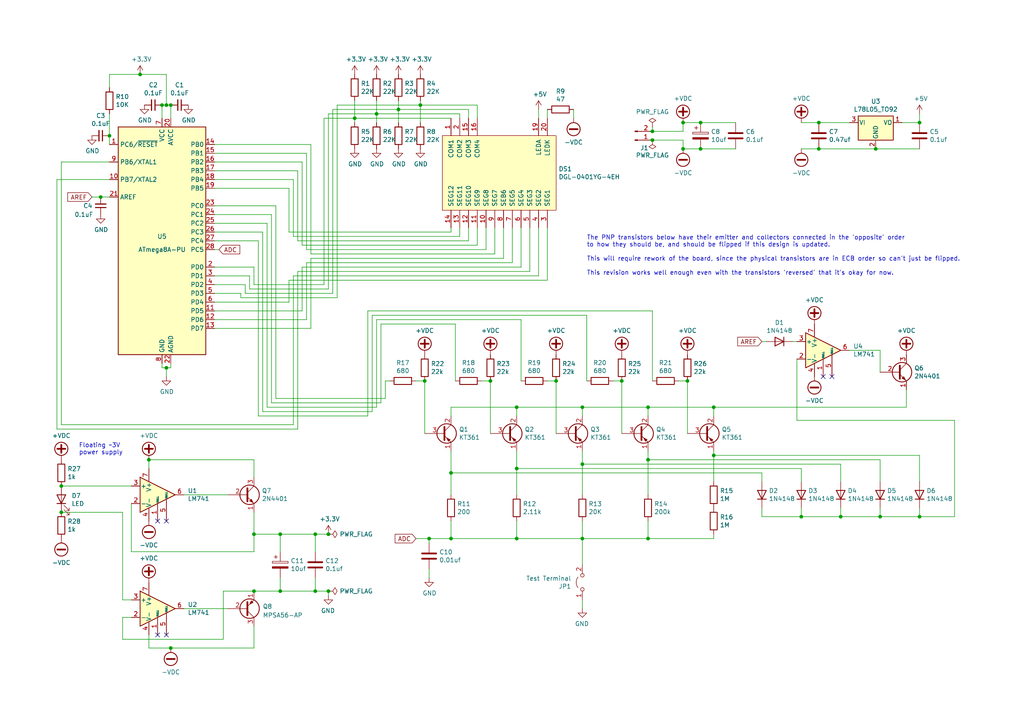
<source format=kicad_sch>
(kicad_sch (version 20230121) (generator eeschema)
  (paper "A4")
  (lib_symbols
    (symbol "Amplifier_Operational:LM741" (pin_names (offset 0.127))
      (property "Reference" "U" (at 0 6.35 0))
      (property "Value" "LM741" (at 0 3.81 0))
      (symbol "LM741_1_1"
        (pin input line (at 0 -7.62 90) (length 5.08) (name "NULL") (number "1"))
        (pin input line (at -7.62 -2.54 0) (length 2.54) (name "-") (number "2"))
        (pin input line (at -7.62 2.54 0) (length 2.54) (name "+") (number "3"))
        (pin power_in line (at -2.54 -7.62 90) (length 3.81) (name "V-") (number "4"))
        (pin input line (at 2.54 -7.62 90) (length 6.35) (name "NULL") (number "5"))
        (pin output line (at 7.62 0 180) (length 2.54) (name "~") (number "6"))
        (pin power_in line (at -2.54 7.62 270) (length 3.81) (name "V+") (number "7"))
        (pin no_connect line (at 0 2.54 270) (length 2.54) hide (name "NC") (number "8"))
      )
    )
    (symbol "Connector:Conn_01x02_Pin" (pin_names (offset 1.016) hide)
      (property "Reference" "J" (at 0 2.54 0))
      (property "Value" "Conn_01x02_Pin" (at 0 -5.08 0))
      (symbol "Conn_01x02_Pin_1_1"
        (pin passive line (at 5.08 0 180) (length 3.81) (name "Pin_1") (number "1"))
        (pin passive line (at 5.08 -2.54 180) (length 3.81) (name "Pin_2") (number "2"))
      )
    )
    (symbol "Device:C" (pin_numbers hide) (pin_names (offset 0.254))
      (property "Reference" "C" (at 0.635 2.54 0))
      (property "Value" "C" (at 0.635 -2.54 0))
      (symbol "C_1_1"
        (pin passive line (at 0 3.81 270) (length 2.794) (name "~") (number "1"))
        (pin passive line (at 0 -3.81 90) (length 2.794) (name "~") (number "2"))
      )
    )
    (symbol "Device:C_Polarized" (pin_numbers hide) (pin_names (offset 0.254))
      (property "Reference" "C" (at 0.635 2.54 0))
      (property "Value" "C_Polarized" (at 0.635 -2.54 0))
      (symbol "C_Polarized_1_1"
        (pin passive line (at 0 3.81 270) (length 2.794) (name "~") (number "1"))
        (pin passive line (at 0 -3.81 90) (length 2.794) (name "~") (number "2"))
      )
    )
    (symbol "Device:C_Small" (pin_numbers hide) (pin_names (offset 0.254) hide)
      (property "Reference" "C" (at 0.254 1.778 0))
      (property "Value" "C_Small" (at 0.254 -2.032 0))
      (symbol "C_Small_1_1"
        (pin passive line (at 0 2.54 270) (length 2.032) (name "~") (number "1"))
        (pin passive line (at 0 -2.54 90) (length 2.032) (name "~") (number "2"))
      )
    )
    (symbol "Device:D" (pin_numbers hide) (pin_names (offset 1.016) hide)
      (property "Reference" "D" (at 0 2.54 0))
      (property "Value" "D" (at 0 -2.54 0))
      (symbol "D_1_1"
        (pin passive line (at -3.81 0 0) (length 2.54) (name "K") (number "1"))
        (pin passive line (at 3.81 0 180) (length 2.54) (name "A") (number "2"))
      )
    )
    (symbol "Device:LED" (pin_numbers hide) (pin_names (offset 1.016) hide)
      (property "Reference" "D" (at 0 2.54 0))
      (property "Value" "LED" (at 0 -2.54 0))
      (symbol "LED_1_1"
        (pin passive line (at -3.81 0 0) (length 2.54) (name "K") (number "1"))
        (pin passive line (at 3.81 0 180) (length 2.54) (name "A") (number "2"))
      )
    )
    (symbol "Device:Q_NPN_EBC" (pin_names (offset 0) hide)
      (property "Reference" "Q" (at 5.08 1.27 0))
      (property "Value" "Q_NPN_EBC" (at 5.08 -1.27 0))
      (symbol "Q_NPN_EBC_1_1"
        (pin passive line (at 2.54 -5.08 90) (length 2.54) (name "E") (number "1"))
        (pin passive line (at -5.08 0 0) (length 5.715) (name "B") (number "2"))
        (pin passive line (at 2.54 5.08 270) (length 2.54) (name "C") (number "3"))
      )
    )
    (symbol "Device:Q_PNP_EBC" (pin_names (offset 0) hide)
      (property "Reference" "Q" (at 5.08 1.27 0))
      (property "Value" "Q_PNP_EBC" (at 5.08 -1.27 0))
      (symbol "Q_PNP_EBC_1_1"
        (pin passive line (at 2.54 -5.08 90) (length 2.54) (name "E") (number "1"))
        (pin input line (at -5.08 0 0) (length 5.715) (name "B") (number "2"))
        (pin passive line (at 2.54 5.08 270) (length 2.54) (name "C") (number "3"))
      )
    )
    (symbol "Device:Q_PNP_ECB" (pin_names (offset 0) hide)
      (property "Reference" "Q" (at 5.08 1.27 0))
      (property "Value" "Q_PNP_ECB" (at 5.08 -1.27 0))
      (symbol "Q_PNP_ECB_1_1"
        (pin passive line (at 2.54 -5.08 90) (length 2.54) (name "E") (number "1"))
        (pin passive line (at 2.54 5.08 270) (length 2.54) (name "C") (number "2"))
        (pin input line (at -5.08 0 0) (length 5.715) (name "B") (number "3"))
      )
    )
    (symbol "Device:R" (pin_numbers hide) (pin_names (offset 0))
      (property "Reference" "R" (at 2.032 0 90))
      (property "Value" "R" (at 0 0 90))
      (symbol "R_1_1"
        (pin passive line (at 0 3.81 270) (length 1.27) (name "~") (number "1"))
        (pin passive line (at 0 -3.81 90) (length 1.27) (name "~") (number "2"))
      )
    )
    (symbol "Jumper:Jumper_2_Open" (pin_names (offset 0) hide)
      (property "Reference" "JP" (at 0 2.794 0))
      (property "Value" "Jumper_2_Open" (at 0 -2.286 0))
      (symbol "Jumper_2_Open_1_1"
        (pin passive line (at -5.08 0 0) (length 2.54) (name "A") (number "1"))
        (pin passive line (at 5.08 0 180) (length 2.54) (name "B") (number "2"))
      )
    )
    (symbol "MCU_Microchip_ATmega:ATmega8A-P"
      (property "Reference" "U" (at -12.7 34.29 0))
      (property "Value" "ATmega8A-P" (at 5.08 -34.29 0))
      (symbol "ATmega8A-P_1_1"
        (pin bidirectional line (at -15.24 27.94 0) (length 2.54) (name "PC6/~{RESET}") (number "1"))
        (pin bidirectional line (at -15.24 17.78 0) (length 2.54) (name "PB7/XTAL2") (number "10"))
        (pin bidirectional line (at 15.24 -20.32 180) (length 2.54) (name "PD5") (number "11"))
        (pin bidirectional line (at 15.24 -22.86 180) (length 2.54) (name "PD6") (number "12"))
        (pin bidirectional line (at 15.24 -25.4 180) (length 2.54) (name "PD7") (number "13"))
        (pin bidirectional line (at 15.24 27.94 180) (length 2.54) (name "PB0") (number "14"))
        (pin bidirectional line (at 15.24 25.4 180) (length 2.54) (name "PB1") (number "15"))
        (pin bidirectional line (at 15.24 22.86 180) (length 2.54) (name "PB2") (number "16"))
        (pin bidirectional line (at 15.24 20.32 180) (length 2.54) (name "PB3") (number "17"))
        (pin bidirectional line (at 15.24 17.78 180) (length 2.54) (name "PB4") (number "18"))
        (pin bidirectional line (at 15.24 15.24 180) (length 2.54) (name "PB5") (number "19"))
        (pin bidirectional line (at 15.24 -7.62 180) (length 2.54) (name "PD0") (number "2"))
        (pin power_in line (at 2.54 35.56 270) (length 2.54) (name "AVCC") (number "20"))
        (pin passive line (at -15.24 12.7 0) (length 2.54) (name "AREF") (number "21"))
        (pin power_in line (at 2.54 -35.56 90) (length 2.54) (name "AGND") (number "22"))
        (pin bidirectional line (at 15.24 10.16 180) (length 2.54) (name "PC0") (number "23"))
        (pin bidirectional line (at 15.24 7.62 180) (length 2.54) (name "PC1") (number "24"))
        (pin bidirectional line (at 15.24 5.08 180) (length 2.54) (name "PC2") (number "25"))
        (pin bidirectional line (at 15.24 2.54 180) (length 2.54) (name "PC3") (number "26"))
        (pin bidirectional line (at 15.24 0 180) (length 2.54) (name "PC4") (number "27"))
        (pin bidirectional line (at 15.24 -2.54 180) (length 2.54) (name "PC5") (number "28"))
        (pin bidirectional line (at 15.24 -10.16 180) (length 2.54) (name "PD1") (number "3"))
        (pin bidirectional line (at 15.24 -12.7 180) (length 2.54) (name "PD2") (number "4"))
        (pin bidirectional line (at 15.24 -15.24 180) (length 2.54) (name "PD3") (number "5"))
        (pin bidirectional line (at 15.24 -17.78 180) (length 2.54) (name "PD4") (number "6"))
        (pin power_in line (at 0 35.56 270) (length 2.54) (name "VCC") (number "7"))
        (pin power_in line (at 0 -35.56 90) (length 2.54) (name "GND") (number "8"))
        (pin bidirectional line (at -15.24 22.86 0) (length 2.54) (name "PB6/XTAL1") (number "9"))
      )
    )
    (symbol "Ohmmeter:DGL-0401YG-4EH" (pin_names (offset 1.016))
      (property "Reference" "DS" (at 0 -20.32 0))
      (property "Value" "DGL-0401YG-4EH" (at 0 -22.86 0))
      (symbol "DGL-0401YG-4EH_1_1"
        (pin passive line (at -13.97 -6.35 270) (length 5.08) (name "COM1") (number "1"))
        (pin passive line (at -3.81 -38.1 90) (length 5.08) (name "SEG8") (number "10"))
        (pin passive line (at -6.35 -38.1 90) (length 5.08) (name "SEG9") (number "11"))
        (pin passive line (at -8.89 -38.1 90) (length 5.08) (name "SEG10") (number "12"))
        (pin passive line (at -11.43 -38.1 90) (length 5.08) (name "SEG11") (number "13"))
        (pin passive line (at -13.97 -38.1 90) (length 5.08) (name "SEG12") (number "14"))
        (pin passive line (at -8.89 -6.35 270) (length 5.08) (name "COM3") (number "15"))
        (pin no_connect line (at 6.35 -6.35 270) (length 5.08) hide (name "NC") (number "15"))
        (pin passive line (at -6.35 -6.35 270) (length 5.08) (name "COM4") (number "16"))
        (pin no_connect line (at 3.81 -6.35 270) (length 5.08) hide (name "NC") (number "16"))
        (pin passive line (at 11.43 -6.35 270) (length 5.08) (name "LEDA") (number "19"))
        (pin passive line (at -11.43 -6.35 270) (length 5.08) (name "COM2") (number "2"))
        (pin passive line (at 13.97 -6.35 270) (length 5.08) (name "LEDK") (number "20"))
        (pin passive line (at 13.97 -38.1 90) (length 5.08) (name "SEG1") (number "3"))
        (pin passive line (at 11.43 -38.1 90) (length 5.08) (name "SEG2") (number "4"))
        (pin passive line (at 8.89 -38.1 90) (length 5.08) (name "SEG3") (number "5"))
        (pin passive line (at 6.35 -38.1 90) (length 5.08) (name "SEG4") (number "6"))
        (pin passive line (at 3.81 -38.1 90) (length 5.08) (name "SEG5") (number "7"))
        (pin passive line (at 1.27 -38.1 90) (length 5.08) (name "SEB6") (number "8"))
        (pin passive line (at -1.27 -38.1 90) (length 5.08) (name "SEG7") (number "9"))
      )
    )
    (symbol "Regulator_Linear:L78L05_TO92" (pin_names (offset 0.254))
      (property "Reference" "U" (at -3.81 3.175 0))
      (property "Value" "L78L05_TO92" (at 0 3.175 0))
      (symbol "L78L05_TO92_1_1"
        (pin power_out line (at 7.62 0 180) (length 2.54) (name "VO") (number "1"))
        (pin power_in line (at 0 -7.62 90) (length 2.54) (name "GND") (number "2"))
        (pin power_in line (at -7.62 0 0) (length 2.54) (name "VI") (number "3"))
      )
    )
    (symbol "power:+3.3V" (power) (pin_names (offset 0))
      (property "Value" "+3.3V" (at 0 3.556 0))
      (symbol "+3.3V_1_1"
        (pin power_in line (at 0 0 90) (length 0) hide (name "+3.3V") (number "1"))
      )
    )
    (symbol "power:+5V" (power) (pin_names (offset 0))
      (property "Value" "+5V" (at 0 3.556 0))
      (symbol "+5V_1_1"
        (pin power_in line (at 0 0 90) (length 0) hide (name "+5V") (number "1"))
      )
    )
    (symbol "power:+VDC" (power) (pin_names (offset 0))
      (property "Value" "+VDC" (at 0 6.35 0))
      (symbol "+VDC_1_1"
        (pin power_in line (at 0 0 90) (length 0) hide (name "+VDC") (number "1"))
      )
    )
    (symbol "power:-VDC" (power) (pin_names (offset 0))
      (property "Value" "-VDC" (at 0 6.35 0))
      (symbol "-VDC_1_1"
        (pin power_in line (at 0 0 90) (length 0) hide (name "-VDC") (number "1"))
      )
    )
    (symbol "power:GND" (power) (pin_names (offset 0))
      (property "Value" "GND" (at 0 -3.81 0))
      (symbol "GND_1_1"
        (pin power_in line (at 0 0 270) (length 0) hide (name "GND") (number "1"))
      )
    )
    (symbol "power:PWR_FLAG" (power) (pin_numbers hide) (pin_names (offset 0) hide)
      (property "Value" "PWR_FLAG" (at 0 3.81 0))
      (symbol "PWR_FLAG_0_0"
        (pin power_out line (at 0 0 90) (length 0) (name "pwr") (number "1"))
      )
    )
  )
  (junction (at 187.96 118.11))
  (junction (at 168.91 156.21))
  (junction (at 168.91 134.62))
  (junction (at 81.28 154.94))
  (junction (at 187.96 156.21))
  (junction (at 91.44 171.45))
  (junction (at 124.46 156.21))
  (junction (at 29.21 57.15))
  (junction (at 254 43.18))
  (junction (at 73.66 171.45))
  (junction (at 130.81 137.16))
  (junction (at 48.26 106.68))
  (junction (at 91.44 154.94))
  (junction (at 73.66 154.94))
  (junction (at 49.53 30.48))
  (junction (at 149.86 118.11))
  (junction (at 102.87 34.29))
  (junction (at 266.7 149.86))
  (junction (at 130.81 156.21))
  (junction (at 237.49 43.18))
  (junction (at 199.39 110.49))
  (junction (at 232.41 149.86))
  (junction (at 48.26 30.48))
  (junction (at 31.75 39.37))
  (junction (at 115.57 31.75))
  (junction (at 161.29 110.49))
  (junction (at 95.25 154.94))
  (junction (at 189.23 40.64))
  (junction (at 17.78 140.97))
  (junction (at 180.34 110.49))
  (junction (at 49.53 187.96))
  (junction (at 81.28 171.45))
  (junction (at 255.27 149.86))
  (junction (at 46.99 30.48))
  (junction (at 266.7 35.56))
  (junction (at 123.19 110.49))
  (junction (at 198.12 43.18))
  (junction (at 198.12 35.56))
  (junction (at 95.25 171.45))
  (junction (at 121.92 30.48))
  (junction (at 203.2 43.18))
  (junction (at 189.23 38.1))
  (junction (at 237.49 35.56))
  (junction (at 149.86 135.89))
  (junction (at 149.86 156.21))
  (junction (at 187.96 133.35))
  (junction (at 17.78 148.59))
  (junction (at 142.24 110.49))
  (junction (at 43.18 133.35))
  (junction (at 203.2 35.56))
  (junction (at 243.84 149.86))
  (junction (at 207.01 132.08))
  (junction (at 207.01 118.11))
  (junction (at 40.64 21.59))
  (junction (at 109.22 33.02))
  (junction (at 168.91 118.11))
  (no_connect (at 48.26 184.15))
  (no_connect (at 45.72 151.13))
  (no_connect (at 241.3 109.22))
  (no_connect (at 238.76 109.22))
  (no_connect (at 45.72 184.15))
  (no_connect (at 48.26 151.13))
  (wire (pts (xy 266.7 149.86) (xy 276.86 149.86)))
  (wire (pts (xy 140.97 72.39) (xy 140.97 66.04)))
  (wire (pts (xy 83.82 67.31) (xy 83.82 54.61)))
  (wire (pts (xy 207.01 154.94) (xy 207.01 156.21)))
  (wire (pts (xy 130.81 137.16) (xy 130.81 143.51)))
  (wire (pts (xy 115.57 31.75) (xy 135.89 31.75)))
  (wire (pts (xy 73.66 160.02) (xy 73.66 154.94)))
  (wire (pts (xy 133.35 66.04) (xy 133.35 68.58)))
  (wire (pts (xy 232.41 35.56) (xy 237.49 35.56)))
  (wire (pts (xy 53.34 176.53) (xy 66.04 176.53)))
  (wire (pts (xy 220.98 149.86) (xy 232.41 149.86)))
  (wire (pts (xy 88.9 92.71) (xy 88.9 76.2)))
  (wire (pts (xy 198.12 40.64) (xy 198.12 43.18)))
  (wire (pts (xy 187.96 156.21) (xy 207.01 156.21)))
  (wire (pts (xy 232.41 135.89) (xy 232.41 139.7)))
  (wire (pts (xy 243.84 134.62) (xy 168.91 134.62)))
  (wire (pts (xy 72.39 80.01) (xy 62.23 80.01)))
  (wire (pts (xy 97.79 30.48) (xy 121.92 30.48)))
  (wire (pts (xy 168.91 134.62) (xy 168.91 143.51)))
  (wire (pts (xy 111.76 110.49) (xy 111.76 115.57)))
  (wire (pts (xy 62.23 87.63) (xy 83.82 87.63)))
  (wire (pts (xy 62.23 92.71) (xy 88.9 92.71)))
  (wire (pts (xy 142.24 110.49) (xy 142.24 125.73)))
  (wire (pts (xy 130.81 151.13) (xy 130.81 156.21)))
  (wire (pts (xy 262.89 118.11) (xy 207.01 118.11)))
  (wire (pts (xy 161.29 110.49) (xy 161.29 125.73)))
  (wire (pts (xy 69.85 86.36) (xy 97.79 86.36)))
  (wire (pts (xy 168.91 151.13) (xy 168.91 156.21)))
  (wire (pts (xy 213.36 43.18) (xy 203.2 43.18)))
  (wire (pts (xy 78.74 116.84) (xy 78.74 62.23)))
  (wire (pts (xy 91.44 160.02) (xy 91.44 154.94)))
  (wire (pts (xy 199.39 110.49) (xy 199.39 125.73)))
  (wire (pts (xy 86.36 49.53) (xy 86.36 69.85)))
  (wire (pts (xy 49.53 105.41) (xy 49.53 106.68)))
  (wire (pts (xy 85.09 52.07) (xy 62.23 52.07)))
  (wire (pts (xy 97.79 86.36) (xy 97.79 30.48)))
  (wire (pts (xy 146.05 66.04) (xy 146.05 74.93)))
  (wire (pts (xy 156.21 66.04) (xy 156.21 80.01)))
  (wire (pts (xy 40.64 21.59) (xy 31.75 21.59)))
  (wire (pts (xy 149.86 118.11) (xy 168.91 118.11)))
  (wire (pts (xy 29.21 57.15) (xy 31.75 57.15)))
  (wire (pts (xy 48.26 21.59) (xy 48.26 30.48)))
  (wire (pts (xy 262.89 113.03) (xy 262.89 118.11)))
  (wire (pts (xy 138.43 30.48) (xy 138.43 34.29)))
  (wire (pts (xy 199.39 110.49) (xy 196.85 110.49)))
  (wire (pts (xy 158.75 81.28) (xy 83.82 81.28)))
  (wire (pts (xy 187.96 118.11) (xy 207.01 118.11)))
  (wire (pts (xy 46.99 106.68) (xy 48.26 106.68)))
  (wire (pts (xy 83.82 87.63) (xy 83.82 81.28)))
  (wire (pts (xy 80.01 115.57) (xy 80.01 59.69)))
  (wire (pts (xy 170.18 91.44) (xy 107.95 91.44)))
  (wire (pts (xy 88.9 76.2) (xy 148.59 76.2)))
  (wire (pts (xy 88.9 72.39) (xy 140.97 72.39)))
  (wire (pts (xy 255.27 133.35) (xy 187.96 133.35)))
  (wire (pts (xy 16.51 124.46) (xy 16.51 52.07)))
  (wire (pts (xy 120.65 156.21) (xy 124.46 156.21)))
  (wire (pts (xy 95.25 83.82) (xy 95.25 33.02)))
  (wire (pts (xy 255.27 147.32) (xy 255.27 149.86)))
  (wire (pts (xy 166.37 31.75) (xy 166.37 34.29)))
  (wire (pts (xy 46.99 30.48) (xy 48.26 30.48)))
  (wire (pts (xy 78.74 62.23) (xy 62.23 62.23)))
  (wire (pts (xy 170.18 110.49) (xy 170.18 91.44)))
  (wire (pts (xy 266.7 149.86) (xy 266.7 147.32)))
  (wire (pts (xy 168.91 156.21) (xy 168.91 163.83)))
  (wire (pts (xy 151.13 66.04) (xy 151.13 77.47)))
  (wire (pts (xy 109.22 35.56) (xy 109.22 33.02)))
  (wire (pts (xy 43.18 184.15) (xy 43.18 187.96)))
  (wire (pts (xy 149.86 135.89) (xy 149.86 143.51)))
  (wire (pts (xy 71.12 85.09) (xy 71.12 82.55)))
  (wire (pts (xy 229.87 99.06) (xy 231.14 99.06)))
  (wire (pts (xy 38.1 173.99) (xy 35.56 173.99)))
  (wire (pts (xy 198.12 40.64) (xy 189.23 40.64)))
  (wire (pts (xy 110.49 93.98) (xy 110.49 116.84)))
  (wire (pts (xy 130.81 67.31) (xy 83.82 67.31)))
  (wire (pts (xy 158.75 66.04) (xy 158.75 81.28)))
  (wire (pts (xy 255.27 149.86) (xy 266.7 149.86)))
  (wire (pts (xy 76.2 67.31) (xy 76.2 119.38)))
  (wire (pts (xy 135.89 69.85) (xy 135.89 66.04)))
  (wire (pts (xy 124.46 165.1) (xy 124.46 167.64)))
  (wire (pts (xy 81.28 160.02) (xy 81.28 154.94)))
  (wire (pts (xy 86.36 69.85) (xy 135.89 69.85)))
  (wire (pts (xy 115.57 29.21) (xy 115.57 31.75)))
  (wire (pts (xy 96.52 31.75) (xy 115.57 31.75)))
  (wire (pts (xy 232.41 147.32) (xy 232.41 149.86)))
  (wire (pts (xy 123.19 110.49) (xy 123.19 125.73)))
  (wire (pts (xy 71.12 82.55) (xy 62.23 82.55)))
  (wire (pts (xy 40.64 21.59) (xy 48.26 21.59)))
  (wire (pts (xy 130.81 130.81) (xy 130.81 137.16)))
  (wire (pts (xy 74.93 120.65) (xy 106.68 120.65)))
  (wire (pts (xy 73.66 82.55) (xy 93.98 82.55)))
  (wire (pts (xy 48.26 106.68) (xy 48.26 109.22)))
  (wire (pts (xy 109.22 29.21) (xy 109.22 33.02)))
  (wire (pts (xy 73.66 82.55) (xy 73.66 77.47)))
  (wire (pts (xy 35.56 185.42) (xy 64.77 185.42)))
  (wire (pts (xy 110.49 116.84) (xy 78.74 116.84)))
  (wire (pts (xy 151.13 92.71) (xy 109.22 92.71)))
  (wire (pts (xy 46.99 106.68) (xy 46.99 105.41)))
  (wire (pts (xy 31.75 33.02) (xy 31.75 39.37)))
  (wire (pts (xy 95.25 83.82) (xy 72.39 83.82)))
  (wire (pts (xy 207.01 132.08) (xy 207.01 139.7)))
  (wire (pts (xy 85.09 68.58) (xy 85.09 52.07)))
  (wire (pts (xy 106.68 120.65) (xy 106.68 90.17)))
  (wire (pts (xy 85.09 80.01) (xy 85.09 123.19)))
  (wire (pts (xy 90.17 74.93) (xy 90.17 95.25)))
  (wire (pts (xy 149.86 130.81) (xy 149.86 135.89)))
  (wire (pts (xy 83.82 54.61) (xy 62.23 54.61)))
  (wire (pts (xy 124.46 157.48) (xy 124.46 156.21)))
  (wire (pts (xy 107.95 91.44) (xy 107.95 119.38)))
  (wire (pts (xy 31.75 21.59) (xy 31.75 25.4)))
  (wire (pts (xy 73.66 171.45) (xy 64.77 171.45)))
  (wire (pts (xy 63.5 72.39) (xy 62.23 72.39)))
  (wire (pts (xy 124.46 156.21) (xy 130.81 156.21)))
  (wire (pts (xy 133.35 68.58) (xy 85.09 68.58)))
  (wire (pts (xy 73.66 154.94) (xy 81.28 154.94)))
  (wire (pts (xy 123.19 110.49) (xy 120.65 110.49)))
  (wire (pts (xy 109.22 33.02) (xy 133.35 33.02)))
  (wire (pts (xy 254 43.18) (xy 254 41.91)))
  (wire (pts (xy 102.87 34.29) (xy 102.87 29.21)))
  (wire (pts (xy 189.23 38.1) (xy 189.23 36.83)))
  (wire (pts (xy 198.12 43.18) (xy 203.2 43.18)))
  (wire (pts (xy 121.92 30.48) (xy 138.43 30.48)))
  (wire (pts (xy 62.23 49.53) (xy 86.36 49.53)))
  (wire (pts (xy 266.7 132.08) (xy 266.7 139.7)))
  (wire (pts (xy 142.24 110.49) (xy 139.7 110.49)))
  (wire (pts (xy 96.52 85.09) (xy 71.12 85.09)))
  (wire (pts (xy 232.41 43.18) (xy 237.49 43.18)))
  (wire (pts (xy 148.59 76.2) (xy 148.59 66.04)))
  (wire (pts (xy 91.44 171.45) (xy 95.25 171.45)))
  (wire (pts (xy 62.23 85.09) (xy 69.85 85.09)))
  (wire (pts (xy 156.21 80.01) (xy 85.09 80.01)))
  (wire (pts (xy 151.13 77.47) (xy 87.63 77.47)))
  (wire (pts (xy 113.03 110.49) (xy 111.76 110.49)))
  (wire (pts (xy 203.2 35.56) (xy 213.36 35.56)))
  (wire (pts (xy 232.41 149.86) (xy 243.84 149.86)))
  (wire (pts (xy 266.7 35.56) (xy 266.7 33.02)))
  (wire (pts (xy 69.85 85.09) (xy 69.85 86.36)))
  (wire (pts (xy 95.25 171.45) (xy 95.25 172.72)))
  (wire (pts (xy 222.25 99.06) (xy 220.98 99.06)))
  (wire (pts (xy 86.36 78.74) (xy 86.36 124.46)))
  (wire (pts (xy 35.56 185.42) (xy 35.56 179.07)))
  (wire (pts (xy 149.86 118.11) (xy 149.86 120.65)))
  (wire (pts (xy 231.14 121.92) (xy 231.14 104.14)))
  (wire (pts (xy 130.81 34.29) (xy 102.87 34.29)))
  (wire (pts (xy 106.68 90.17) (xy 189.23 90.17)))
  (wire (pts (xy 17.78 123.19) (xy 17.78 46.99)))
  (wire (pts (xy 62.23 44.45) (xy 88.9 44.45)))
  (wire (pts (xy 243.84 147.32) (xy 243.84 149.86)))
  (wire (pts (xy 49.53 106.68) (xy 48.26 106.68)))
  (wire (pts (xy 220.98 137.16) (xy 220.98 139.7)))
  (wire (pts (xy 130.81 118.11) (xy 149.86 118.11)))
  (wire (pts (xy 81.28 154.94) (xy 91.44 154.94)))
  (wire (pts (xy 93.98 34.29) (xy 93.98 82.55)))
  (wire (pts (xy 17.78 46.99) (xy 31.75 46.99)))
  (wire (pts (xy 43.18 133.35) (xy 73.66 133.35)))
  (wire (pts (xy 168.91 173.99) (xy 168.91 176.53)))
  (wire (pts (xy 207.01 118.11) (xy 207.01 120.65)))
  (wire (pts (xy 38.1 160.02) (xy 73.66 160.02)))
  (wire (pts (xy 232.41 135.89) (xy 149.86 135.89)))
  (wire (pts (xy 76.2 67.31) (xy 62.23 67.31)))
  (wire (pts (xy 168.91 130.81) (xy 168.91 134.62)))
  (wire (pts (xy 143.51 73.66) (xy 90.17 73.66)))
  (wire (pts (xy 35.56 179.07) (xy 38.1 179.07)))
  (wire (pts (xy 111.76 115.57) (xy 80.01 115.57)))
  (wire (pts (xy 220.98 137.16) (xy 130.81 137.16)))
  (wire (pts (xy 158.75 31.75) (xy 158.75 34.29)))
  (wire (pts (xy 90.17 95.25) (xy 62.23 95.25)))
  (wire (pts (xy 243.84 149.86) (xy 255.27 149.86)))
  (wire (pts (xy 64.77 171.45) (xy 64.77 185.42)))
  (wire (pts (xy 115.57 31.75) (xy 115.57 35.56)))
  (wire (pts (xy 96.52 85.09) (xy 96.52 31.75)))
  (wire (pts (xy 46.99 30.48) (xy 46.99 34.29)))
  (wire (pts (xy 80.01 59.69) (xy 62.23 59.69)))
  (wire (pts (xy 187.96 130.81) (xy 187.96 133.35)))
  (wire (pts (xy 81.28 171.45) (xy 91.44 171.45)))
  (wire (pts (xy 16.51 52.07) (xy 31.75 52.07)))
  (wire (pts (xy 73.66 181.61) (xy 73.66 187.96)))
  (wire (pts (xy 149.86 151.13) (xy 149.86 156.21)))
  (wire (pts (xy 255.27 101.6) (xy 246.38 101.6)))
  (wire (pts (xy 138.43 66.04) (xy 138.43 71.12)))
  (wire (pts (xy 49.53 187.96) (xy 73.66 187.96)))
  (wire (pts (xy 168.91 118.11) (xy 187.96 118.11)))
  (wire (pts (xy 62.23 64.77) (xy 77.47 64.77)))
  (wire (pts (xy 138.43 71.12) (xy 87.63 71.12)))
  (wire (pts (xy 35.56 173.99) (xy 35.56 148.59)))
  (wire (pts (xy 31.75 39.37) (xy 31.75 41.91)))
  (wire (pts (xy 255.27 133.35) (xy 255.27 139.7)))
  (wire (pts (xy 276.86 149.86) (xy 276.86 121.92)))
  (wire (pts (xy 109.22 92.71) (xy 109.22 118.11)))
  (wire (pts (xy 102.87 34.29) (xy 102.87 35.56)))
  (wire (pts (xy 107.95 119.38) (xy 76.2 119.38)))
  (wire (pts (xy 143.51 66.04) (xy 143.51 73.66)))
  (wire (pts (xy 168.91 156.21) (xy 187.96 156.21)))
  (wire (pts (xy 77.47 64.77) (xy 77.47 118.11)))
  (wire (pts (xy 91.44 154.94) (xy 95.25 154.94)))
  (wire (pts (xy 66.04 143.51) (xy 53.34 143.51)))
  (wire (pts (xy 72.39 83.82) (xy 72.39 80.01)))
  (wire (pts (xy 266.7 43.18) (xy 254 43.18)))
  (wire (pts (xy 95.25 33.02) (xy 109.22 33.02)))
  (wire (pts (xy 220.98 147.32) (xy 220.98 149.86)))
  (wire (pts (xy 149.86 156.21) (xy 168.91 156.21)))
  (wire (pts (xy 85.09 123.19) (xy 17.78 123.19)))
  (wire (pts (xy 189.23 90.17) (xy 189.23 110.49)))
  (wire (pts (xy 73.66 138.43) (xy 73.66 133.35)))
  (wire (pts (xy 88.9 44.45) (xy 88.9 72.39)))
  (wire (pts (xy 133.35 33.02) (xy 133.35 34.29)))
  (wire (pts (xy 130.81 118.11) (xy 130.81 120.65)))
  (wire (pts (xy 17.78 140.97) (xy 38.1 140.97)))
  (wire (pts (xy 151.13 110.49) (xy 151.13 92.71)))
  (wire (pts (xy 135.89 31.75) (xy 135.89 34.29)))
  (wire (pts (xy 130.81 156.21) (xy 149.86 156.21)))
  (wire (pts (xy 237.49 35.56) (xy 246.38 35.56)))
  (wire (pts (xy 87.63 71.12) (xy 87.63 46.99)))
  (wire (pts (xy 121.92 29.21) (xy 121.92 30.48)))
  (wire (pts (xy 161.29 110.49) (xy 158.75 110.49)))
  (wire (pts (xy 91.44 167.64) (xy 91.44 171.45)))
  (wire (pts (xy 43.18 187.96) (xy 49.53 187.96)))
  (wire (pts (xy 187.96 133.35) (xy 187.96 143.51)))
  (wire (pts (xy 153.67 66.04) (xy 153.67 78.74)))
  (wire (pts (xy 153.67 78.74) (xy 86.36 78.74)))
  (wire (pts (xy 109.22 118.11) (xy 77.47 118.11)))
  (wire (pts (xy 81.28 167.64) (xy 81.28 171.45)))
  (wire (pts (xy 121.92 35.56) (xy 121.92 30.48)))
  (wire (pts (xy 146.05 74.93) (xy 90.17 74.93)))
  (wire (pts (xy 261.62 35.56) (xy 266.7 35.56)))
  (wire (pts (xy 73.66 77.47) (xy 62.23 77.47)))
  (wire (pts (xy 132.08 110.49) (xy 132.08 93.98)))
  (wire (pts (xy 49.53 30.48) (xy 49.53 34.29)))
  (wire (pts (xy 237.49 43.18) (xy 254 43.18)))
  (wire (pts (xy 86.36 124.46) (xy 16.51 124.46)))
  (wire (pts (xy 43.18 135.89) (xy 43.18 133.35)))
  (wire (pts (xy 130.81 66.04) (xy 130.81 67.31)))
  (wire (pts (xy 180.34 110.49) (xy 180.34 125.73)))
  (wire (pts (xy 207.01 132.08) (xy 266.7 132.08)))
  (wire (pts (xy 48.26 30.48) (xy 49.53 30.48)))
  (wire (pts (xy 93.98 34.29) (xy 102.87 34.29)))
  (wire (pts (xy 38.1 146.05) (xy 38.1 160.02)))
  (wire (pts (xy 132.08 93.98) (xy 110.49 93.98)))
  (wire (pts (xy 62.23 90.17) (xy 87.63 90.17)))
  (wire (pts (xy 207.01 130.81) (xy 207.01 132.08)))
  (wire (pts (xy 255.27 107.95) (xy 255.27 101.6)))
  (wire (pts (xy 90.17 73.66) (xy 90.17 41.91)))
  (wire (pts (xy 180.34 110.49) (xy 177.8 110.49)))
  (wire (pts (xy 276.86 121.92) (xy 231.14 121.92)))
  (wire (pts (xy 198.12 38.1) (xy 198.12 35.56)))
  (wire (pts (xy 87.63 46.99) (xy 62.23 46.99)))
  (wire (pts (xy 73.66 171.45) (xy 81.28 171.45)))
  (wire (pts (xy 90.17 41.91) (xy 62.23 41.91)))
  (wire (pts (xy 168.91 118.11) (xy 168.91 120.65)))
  (wire (pts (xy 35.56 148.59) (xy 17.78 148.59)))
  (wire (pts (xy 198.12 35.56) (xy 203.2 35.56)))
  (wire (pts (xy 243.84 134.62) (xy 243.84 139.7)))
  (wire (pts (xy 187.96 118.11) (xy 187.96 120.65)))
  (wire (pts (xy 198.12 38.1) (xy 189.23 38.1)))
  (wire (pts (xy 74.93 69.85) (xy 62.23 69.85)))
  (wire (pts (xy 74.93 120.65) (xy 74.93 69.85)))
  (wire (pts (xy 156.21 31.75) (xy 156.21 34.29)))
  (wire (pts (xy 187.96 151.13) (xy 187.96 156.21)))
  (wire (pts (xy 87.63 77.47) (xy 87.63 90.17)))
  (wire (pts (xy 73.66 154.94) (xy 73.66 148.59)))
  (wire (pts (xy 26.67 57.15) (xy 29.21 57.15)))
  (text "Floating ~3V \npower supply\n" (at 22.86 132.08 0) (effects (font (size 1.27 1.27)) (justify left bottom)))
  (text "The PNP transistors below have their emitter and collectors connected in the 'opposite' order\nto how they should be, and should be flipped if this design is updated.\n\nThis will require rework of the board, since the physical transistors are in ECB order so can't just be flipped.\n\nThis revision works well enough even with the transistors 'reversed' that it's okay for now." (at 170.18 80.01 0) (effects (font (size 1.27 1.27)) (justify left bottom)))
  (global_label "ADC" (shape input) (at 63.5 72.39 0) (property "Intersheetrefs" "${INTERSHEET_REFS}" (effects hide)))
  (global_label "AREF" (shape input) (at 26.67 57.15 180) (property "Intersheetrefs" "${INTERSHEET_REFS}" (effects hide)))
  (global_label "AREF" (shape input) (at 220.98 99.06 180) (property "Intersheetrefs" "${INTERSHEET_REFS}" (effects hide)))
  (global_label "ADC" (shape input) (at 120.65 156.21 180) (property "Intersheetrefs" "${INTERSHEET_REFS}" (effects hide)))
  (symbol (lib_id "Device:Q_PNP_ECB") (at 204.47 125.73 0) (unit 1)
    (property "Reference" "Q5" (at 209.3214 124.5616 0) (effects (justify left)))
    (property "Value" "KT361" (at 209.3214 126.873 0) (effects (justify left)))
    (property "Footprint" "JRMKiCadLibrary:KT-13" (effects hide))
  )
  (symbol (lib_id "Device:Q_PNP_ECB") (at 147.32 125.73 0) (unit 1)
    (property "Reference" "Q2" (at 152.1714 124.5616 0) (effects (justify left)))
    (property "Value" "KT361" (at 152.1714 126.873 0) (effects (justify left)))
    (property "Footprint" "JRMKiCadLibrary:KT-13" (effects hide))
  )
  (symbol (lib_id "Device:Q_PNP_ECB") (at 166.37 125.73 0) (unit 1)
    (property "Reference" "Q3" (at 171.2214 124.5616 0) (effects (justify left)))
    (property "Value" "KT361" (at 171.2214 126.873 0) (effects (justify left)))
    (property "Footprint" "JRMKiCadLibrary:KT-13" (effects hide))
  )
  (symbol (lib_id "Device:Q_PNP_ECB") (at 185.42 125.73 0) (unit 1)
    (property "Reference" "Q4" (at 190.2714 124.5616 0) (effects (justify left)))
    (property "Value" "KT361" (at 190.2714 126.873 0) (effects (justify left)))
    (property "Footprint" "JRMKiCadLibrary:KT-13" (effects hide))
  )
  (symbol (lib_id "Device:Q_PNP_ECB") (at 128.27 125.73 0) (unit 1)
    (property "Reference" "Q1" (at 133.1214 124.5616 0) (effects (justify left)))
    (property "Value" "KT361" (at 133.1214 126.873 0) (effects (justify left)))
    (property "Footprint" "JRMKiCadLibrary:KT-13" (effects hide))
  )
  (symbol (lib_id "Device:R") (at 130.81 147.32 0) (unit 1)
    (property "Reference" "R11" (at 132.588 146.1516 0) (effects (justify left)))
    (property "Value" "200" (at 132.588 148.463 0) (effects (justify left)))
    (property "Footprint" "Resistor_THT:R_Axial_DIN0207_L6.3mm_D2.5mm_P10.16mm_Horizontal" (effects hide))
  )
  (symbol (lib_id "Device:R") (at 149.86 147.32 0) (unit 1)
    (property "Reference" "R12" (at 151.638 146.1516 0) (effects (justify left)))
    (property "Value" "2.11k" (at 151.638 148.463 0) (effects (justify left)))
    (property "Footprint" "Resistor_THT:R_Axial_DIN0207_L6.3mm_D2.5mm_P10.16mm_Horizontal" (effects hide))
  )
  (symbol (lib_id "Device:R") (at 168.91 147.32 0) (unit 1)
    (property "Reference" "R13" (at 170.688 146.1516 0) (effects (justify left)))
    (property "Value" "20K" (at 170.688 148.463 0) (effects (justify left)))
    (property "Footprint" "Resistor_THT:R_Axial_DIN0207_L6.3mm_D2.5mm_P10.16mm_Horizontal" (effects hide))
  )
  (symbol (lib_id "Device:R") (at 187.96 147.32 0) (unit 1)
    (property "Reference" "R14" (at 189.738 146.1516 0) (effects (justify left)))
    (property "Value" "200k" (at 189.738 148.463 0) (effects (justify left)))
    (property "Footprint" "Resistor_THT:R_Axial_DIN0207_L6.3mm_D2.5mm_P10.16mm_Horizontal" (effects hide))
  )
  (symbol (lib_id "Device:R") (at 207.01 143.51 0) (unit 1)
    (property "Reference" "R15" (at 208.788 142.3416 0) (effects (justify left)))
    (property "Value" "1M" (at 208.788 144.653 0) (effects (justify left)))
    (property "Footprint" "Resistor_THT:R_Axial_DIN0614_L14.3mm_D5.7mm_P5.08mm_Vertical" (effects hide))
  )
  (symbol (lib_id "Ohmmeter:DGL-0401YG-4EH") (at 144.78 27.94 0) (unit 1)
    (property "Reference" "DS1" (at 162.0012 48.9966 0) (effects (justify left)))
    (property "Value" "DGL-0401YG-4EH" (at 162.0012 51.308 0) (effects (justify left)))
    (property "Footprint" "Connector_PinHeader_2.54mm:PinHeader_1x20_P2.54mm_Horizontal" (effects hide))
  )
  (symbol (lib_id "Device:R") (at 207.01 151.13 0) (unit 1)
    (property "Reference" "R16" (at 208.788 149.9616 0) (effects (justify left)))
    (property "Value" "1M" (at 208.788 152.273 0) (effects (justify left)))
    (property "Footprint" "Resistor_THT:R_Axial_DIN0614_L14.3mm_D5.7mm_P5.08mm_Vertical" (effects hide))
  )
  (symbol (lib_id "Jumper:Jumper_2_Open") (at 168.91 168.91 90) (unit 1)
    (property "Reference" "JP1" (at 165.6842 170.0784 90) (effects (justify left)))
    (property "Value" "Test Terminal" (at 165.6842 167.767 90) (effects (justify left)))
    (property "Footprint" "Connector_PinHeader_2.54mm:PinHeader_1x02_P2.54mm_Horizontal" (effects hide))
  )
  (symbol (lib_id "Device:R") (at 102.87 25.4 0) (unit 1)
    (property "Reference" "R1" (at 104.648 24.2316 0) (effects (justify left)))
    (property "Value" "22K" (at 104.648 26.543 0) (effects (justify left)))
    (property "Footprint" "Resistor_THT:R_Axial_DIN0207_L6.3mm_D2.5mm_P7.62mm_Horizontal" (effects hide))
  )
  (symbol (lib_id "Device:R") (at 102.87 39.37 0) (unit 1)
    (property "Reference" "R5" (at 104.648 38.2016 0) (effects (justify left)))
    (property "Value" "22K" (at 104.648 40.513 0) (effects (justify left)))
    (property "Footprint" "Resistor_THT:R_Axial_DIN0207_L6.3mm_D2.5mm_P7.62mm_Horizontal" (effects hide))
  )
  (symbol (lib_id "Device:R") (at 109.22 25.4 0) (unit 1)
    (property "Reference" "R2" (at 110.998 24.2316 0) (effects (justify left)))
    (property "Value" "22K" (at 110.998 26.543 0) (effects (justify left)))
    (property "Footprint" "Resistor_THT:R_Axial_DIN0207_L6.3mm_D2.5mm_P7.62mm_Horizontal" (effects hide))
  )
  (symbol (lib_id "Device:R") (at 109.22 39.37 0) (unit 1)
    (property "Reference" "R6" (at 110.998 38.2016 0) (effects (justify left)))
    (property "Value" "22K" (at 110.998 40.513 0) (effects (justify left)))
    (property "Footprint" "Resistor_THT:R_Axial_DIN0207_L6.3mm_D2.5mm_P7.62mm_Horizontal" (effects hide))
  )
  (symbol (lib_id "Device:R") (at 115.57 25.4 0) (unit 1)
    (property "Reference" "R3" (at 117.348 24.2316 0) (effects (justify left)))
    (property "Value" "22K" (at 117.348 26.543 0) (effects (justify left)))
    (property "Footprint" "Resistor_THT:R_Axial_DIN0207_L6.3mm_D2.5mm_P7.62mm_Horizontal" (effects hide))
  )
  (symbol (lib_id "Device:R") (at 115.57 39.37 0) (unit 1)
    (property "Reference" "R7" (at 117.348 38.2016 0) (effects (justify left)))
    (property "Value" "22K" (at 117.348 40.513 0) (effects (justify left)))
    (property "Footprint" "Resistor_THT:R_Axial_DIN0207_L6.3mm_D2.5mm_P7.62mm_Horizontal" (effects hide))
  )
  (symbol (lib_id "Device:R") (at 121.92 25.4 0) (unit 1)
    (property "Reference" "R4" (at 123.698 24.2316 0) (effects (justify left)))
    (property "Value" "22K" (at 123.698 26.543 0) (effects (justify left)))
    (property "Footprint" "Resistor_THT:R_Axial_DIN0207_L6.3mm_D2.5mm_P7.62mm_Horizontal" (effects hide))
  )
  (symbol (lib_id "Device:R") (at 121.92 39.37 0) (unit 1)
    (property "Reference" "R8" (at 123.698 38.2016 0) (effects (justify left)))
    (property "Value" "22K" (at 123.698 40.513 0) (effects (justify left)))
    (property "Footprint" "Resistor_THT:R_Axial_DIN0207_L6.3mm_D2.5mm_P7.62mm_Horizontal" (effects hide))
  )
  (symbol (lib_id "Device:C_Small") (at 44.45 30.48 270) (unit 1)
    (property "Reference" "C2" (at 44.45 24.6634 90))
    (property "Value" "0.1uF" (at 44.45 26.9748 90))
    (property "Footprint" "Resistor_THT:R_Axial_DIN0309_L9.0mm_D3.2mm_P2.54mm_Vertical" (effects hide))
  )
  (symbol (lib_id "power:GND") (at 41.91 30.48 0) (unit 1)
    (property "Reference" "#PWR036" (effects hide))
    (property "Value" "GND" (at 42.037 34.8742 0))
  )
  (symbol (lib_id "power:GND") (at 168.91 176.53 0) (mirror y) (unit 1)
    (property "Reference" "#PWR035" (effects hide))
    (property "Value" "GND" (at 168.783 180.9242 0))
  )
  (symbol (lib_id "power:GND") (at 102.87 43.18 0) (unit 1)
    (property "Reference" "#PWR09" (effects hide))
    (property "Value" "GND" (at 102.997 47.5742 0))
  )
  (symbol (lib_id "power:GND") (at 109.22 43.18 0) (unit 1)
    (property "Reference" "#PWR010" (effects hide))
    (property "Value" "GND" (at 109.347 47.5742 0))
  )
  (symbol (lib_id "power:GND") (at 115.57 43.18 0) (unit 1)
    (property "Reference" "#PWR011" (effects hide))
    (property "Value" "GND" (at 115.697 47.5742 0))
  )
  (symbol (lib_id "power:GND") (at 121.92 43.18 0) (unit 1)
    (property "Reference" "#PWR012" (effects hide))
    (property "Value" "GND" (at 122.047 47.5742 0))
  )
  (symbol (lib_id "power:+3.3V") (at 102.87 21.59 0) (unit 1)
    (property "Reference" "#PWR01" (effects hide))
    (property "Value" "+3.3V" (at 103.251 17.1958 0))
  )
  (symbol (lib_id "power:+3.3V") (at 109.22 21.59 0) (unit 1)
    (property "Reference" "#PWR02" (effects hide))
    (property "Value" "+3.3V" (at 109.601 17.1958 0))
  )
  (symbol (lib_id "power:+3.3V") (at 115.57 21.59 0) (unit 1)
    (property "Reference" "#PWR03" (effects hide))
    (property "Value" "+3.3V" (at 115.951 17.1958 0))
  )
  (symbol (lib_id "power:+3.3V") (at 121.92 21.59 0) (unit 1)
    (property "Reference" "#PWR04" (effects hide))
    (property "Value" "+3.3V" (at 122.301 17.1958 0))
  )
  (symbol (lib_id "MCU_Microchip_ATmega:ATmega8A-P") (at 46.99 69.85 0) (unit 1)
    (property "Reference" "U5" (at 46.99 68.58 0))
    (property "Value" "ATmega8A-PU" (at 46.99 72.39 0))
    (property "Footprint" "Package_DIP:DIP-28_W7.62mm" (effects hide))
    (property "Datasheet" "http://ww1.microchip.com/downloads/en/DeviceDoc/Microchip%208bit%20mcu%20AVR%20ATmega8A%20data%20sheet%2040001974A.pdf" (effects hide))
  )
  (symbol (lib_id "Connector:Conn_01x02_Pin") (at 184.15 40.64 0) (mirror x) (unit 1)
    (property "Reference" "J1" (at 186.8932 42.9006 0))
    (property "Value" "Power" (effects hide))
    (property "Footprint" "Connector_PinHeader_2.54mm:PinHeader_1x02_P2.54mm_Horizontal" (effects hide))
  )
  (symbol (lib_id "Device:C_Small") (at 29.21 39.37 270) (unit 1)
    (property "Reference" "C3" (at 29.21 33.5534 90))
    (property "Value" "0.1uF" (at 29.21 35.8648 90))
    (property "Footprint" "Resistor_THT:R_Axial_DIN0309_L9.0mm_D3.2mm_P2.54mm_Vertical" (effects hide))
  )
  (symbol (lib_id "Device:C_Small") (at 52.07 30.48 270) (unit 1)
    (property "Reference" "C1" (at 52.07 24.6634 90))
    (property "Value" "0.1uF" (at 52.07 26.9748 90))
    (property "Footprint" "Resistor_THT:R_Axial_DIN0309_L9.0mm_D3.2mm_P2.54mm_Vertical" (effects hide))
  )
  (symbol (lib_id "Device:C_Small") (at 29.21 59.69 180) (unit 1)
    (property "Reference" "C4" (at 24.13 59.69 0) (effects (justify right)))
    (property "Value" "0.1uF" (at 21.59 62.23 0) (effects (justify right)))
    (property "Footprint" "Resistor_THT:R_Axial_DIN0309_L9.0mm_D3.2mm_P2.54mm_Vertical" (effects hide))
  )
  (symbol (lib_id "power:GND") (at 54.61 30.48 0) (unit 1)
    (property "Reference" "#PWR08" (effects hide))
    (property "Value" "GND" (at 54.737 34.8742 0))
  )
  (symbol (lib_id "power:GND") (at 26.67 39.37 0) (unit 1)
    (property "Reference" "#PWR015" (effects hide))
    (property "Value" "GND" (at 26.797 43.7642 0))
  )
  (symbol (lib_id "power:+3.3V") (at 40.64 21.59 0) (unit 1)
    (property "Reference" "#PWR06" (effects hide))
    (property "Value" "+3.3V" (at 41.021 17.1958 0))
  )
  (symbol (lib_id "Device:R") (at 116.84 110.49 270) (unit 1)
    (property "Reference" "R17" (at 116.84 105.2322 90))
    (property "Value" "680" (at 116.84 107.5436 90))
    (property "Footprint" "Resistor_THT:R_Axial_DIN0207_L6.3mm_D2.5mm_P7.62mm_Horizontal" (effects hide))
  )
  (symbol (lib_id "Device:R") (at 135.89 110.49 270) (unit 1)
    (property "Reference" "R18" (at 135.89 105.2322 90))
    (property "Value" "680" (at 135.89 107.5436 90))
    (property "Footprint" "Resistor_THT:R_Axial_DIN0207_L6.3mm_D2.5mm_P7.62mm_Horizontal" (effects hide))
  )
  (symbol (lib_id "Device:R") (at 154.94 110.49 270) (unit 1)
    (property "Reference" "R19" (at 154.94 105.2322 90))
    (property "Value" "680" (at 154.94 107.5436 90))
    (property "Footprint" "Resistor_THT:R_Axial_DIN0207_L6.3mm_D2.5mm_P7.62mm_Horizontal" (effects hide))
  )
  (symbol (lib_id "Device:R") (at 173.99 110.49 270) (unit 1)
    (property "Reference" "R20" (at 173.99 105.2322 90))
    (property "Value" "680" (at 173.99 107.5436 90))
    (property "Footprint" "Resistor_THT:R_Axial_DIN0207_L6.3mm_D2.5mm_P7.62mm_Horizontal" (effects hide))
  )
  (symbol (lib_id "Device:R") (at 193.04 110.49 270) (unit 1)
    (property "Reference" "R21" (at 193.04 105.2322 90))
    (property "Value" "680" (at 193.04 107.5436 90))
    (property "Footprint" "Resistor_THT:R_Axial_DIN0207_L6.3mm_D2.5mm_P7.62mm_Horizontal" (effects hide))
  )
  (symbol (lib_id "power:-VDC") (at 198.12 43.18 180) (unit 1)
    (property "Reference" "#PWR0101" (effects hide))
    (property "Value" "-VDC" (at 198.12 50.165 0))
  )
  (symbol (lib_id "power:GND") (at 29.21 62.23 0) (unit 1)
    (property "Reference" "#PWR019" (effects hide))
    (property "Value" "GND" (at 29.337 66.6242 0))
  )
  (symbol (lib_id "Device:R") (at 31.75 29.21 0) (unit 1)
    (property "Reference" "R10" (at 33.528 28.0416 0) (effects (justify left)))
    (property "Value" "10K" (at 33.528 30.353 0) (effects (justify left)))
    (property "Footprint" "Resistor_THT:R_Axial_DIN0207_L6.3mm_D2.5mm_P7.62mm_Horizontal" (effects hide))
  )
  (symbol (lib_id "power:GND") (at 48.26 109.22 0) (unit 1)
    (property "Reference" "#PWR028" (effects hide))
    (property "Value" "GND" (at 48.387 113.6142 0))
  )
  (symbol (lib_id "power:-VDC") (at 49.53 187.96 180) (unit 1)
    (property "Reference" "#PWR0103" (effects hide))
    (property "Value" "-VDC" (at 49.53 194.945 0))
  )
  (symbol (lib_id "power:-VDC") (at 166.37 34.29 180) (unit 1)
    (property "Reference" "#PWR0102" (effects hide))
    (property "Value" "-VDC" (at 166.37 41.275 0))
  )
  (symbol (lib_id "Device:LED") (at 17.78 144.78 90) (unit 1)
    (property "Reference" "D7" (at 20.7518 143.7894 90) (effects (justify right)))
    (property "Value" "LED" (at 20.7518 146.1008 90) (effects (justify right)))
    (property "Footprint" "LED_THT:LED_D10.0mm" (effects hide))
  )
  (symbol (lib_id "Device:R") (at 17.78 137.16 0) (unit 1)
    (property "Reference" "R27" (at 19.558 135.9916 0) (effects (justify left)))
    (property "Value" "1k" (at 19.558 138.303 0) (effects (justify left)))
    (property "Footprint" "Resistor_THT:R_Axial_DIN0207_L6.3mm_D2.5mm_P7.62mm_Horizontal" (effects hide))
  )
  (symbol (lib_id "Device:R") (at 17.78 152.4 0) (unit 1)
    (property "Reference" "R28" (at 19.558 151.2316 0) (effects (justify left)))
    (property "Value" "1k" (at 19.558 153.543 0) (effects (justify left)))
    (property "Footprint" "Resistor_THT:R_Axial_DIN0207_L6.3mm_D2.5mm_P7.62mm_Horizontal" (effects hide))
  )
  (symbol (lib_id "power:+VDC") (at 17.78 133.35 0) (unit 1)
    (property "Reference" "#PWR0104" (effects hide))
    (property "Value" "+VDC" (at 17.78 126.365 0))
  )
  (symbol (lib_id "power:-VDC") (at 17.78 156.21 180) (unit 1)
    (property "Reference" "#PWR0105" (effects hide))
    (property "Value" "-VDC" (at 17.78 163.195 0))
  )
  (symbol (lib_id "Amplifier_Operational:LM741") (at 45.72 143.51 0) (unit 1)
    (property "Reference" "U1" (at 54.4576 142.3416 0) (effects (justify left)))
    (property "Value" "LM741" (at 54.4576 144.653 0) (effects (justify left)))
    (property "Footprint" "Package_DIP:DIP-8_W7.62mm_Socket" (effects hide))
    (property "Datasheet" "http://www.ti.com/lit/ds/symlink/lm741.pdf" (effects hide))
  )
  (symbol (lib_id "Device:Q_NPN_EBC") (at 71.12 143.51 0) (unit 1)
    (property "Reference" "Q7" (at 75.946 142.3416 0) (effects (justify left)))
    (property "Value" "2N4401" (at 75.946 144.653 0) (effects (justify left)))
    (property "Footprint" "Package_TO_SOT_THT:TO-92_Inline_Wide" (effects hide))
  )
  (symbol (lib_id "power:+VDC") (at 43.18 168.91 0) (unit 1)
    (property "Reference" "#PWR0106" (effects hide))
    (property "Value" "+VDC" (at 43.18 161.925 0))
  )
  (symbol (lib_id "power:-VDC") (at 43.18 151.13 180) (unit 1)
    (property "Reference" "#PWR0107" (effects hide))
    (property "Value" "-VDC" (at 43.18 158.115 0))
  )
  (symbol (lib_id "power:+3.3V") (at 95.25 154.94 0) (unit 1)
    (property "Reference" "#PWR0108" (effects hide))
    (property "Value" "+3.3V" (at 95.631 150.5458 0))
  )
  (symbol (lib_id "Device:Q_PNP_EBC") (at 71.12 176.53 0) (mirror x) (unit 1)
    (property "Reference" "Q8" (at 76.2 175.895 0) (effects (justify left)))
    (property "Value" "MPSA56-AP" (at 76.2 178.435 0) (effects (justify left)))
    (property "Footprint" "Package_TO_SOT_THT:TO-92_Inline_Wide" (effects hide))
  )
  (symbol (lib_id "power:GND") (at 95.25 172.72 0) (mirror y) (unit 1)
    (property "Reference" "#PWR0109" (effects hide))
    (property "Value" "GND" (at 95.123 177.1142 0))
  )
  (symbol (lib_id "Amplifier_Operational:LM741") (at 45.72 176.53 0) (unit 1)
    (property "Reference" "U2" (at 54.4576 175.3616 0) (effects (justify left)))
    (property "Value" "LM741" (at 54.4576 177.673 0) (effects (justify left)))
    (property "Footprint" "Package_DIP:DIP-8_W7.62mm_Socket" (effects hide))
    (property "Datasheet" "http://www.ti.com/lit/ds/symlink/lm741.pdf" (effects hide))
  )
  (symbol (lib_id "power:+VDC") (at 43.18 133.35 0) (unit 1)
    (property "Reference" "#PWR0110" (effects hide))
    (property "Value" "+VDC" (at 43.18 126.365 0))
  )
  (symbol (lib_id "power:+5V") (at 156.21 31.75 0) (unit 1)
    (property "Reference" "#PWR05" (effects hide))
    (property "Value" "+5V" (at 156.591 27.3558 0))
  )
  (symbol (lib_id "Device:R") (at 162.56 31.75 270) (unit 1)
    (property "Reference" "R9" (at 162.56 26.4922 90))
    (property "Value" "47" (at 162.56 28.8036 90))
    (property "Footprint" "Resistor_THT:R_Axial_DIN0207_L6.3mm_D2.5mm_P7.62mm_Horizontal" (effects hide))
  )
  (symbol (lib_id "power:+VDC") (at 232.41 35.56 0) (mirror y) (unit 1)
    (property "Reference" "#PWR018" (effects hide))
    (property "Value" "+VDC" (at 232.41 28.575 0))
  )
  (symbol (lib_id "Regulator_Linear:L78L05_TO92") (at 254 35.56 0) (unit 1)
    (property "Reference" "U3" (at 254 29.4132 0))
    (property "Value" "L78L05_TO92" (at 254 31.7246 0))
    (property "Footprint" "Package_TO_SOT_THT:TO-92_Inline_Wide" (effects hide))
    (property "Datasheet" "http://www.st.com/content/ccc/resource/technical/document/datasheet/15/55/e5/aa/23/5b/43/fd/CD00000446.pdf/files/CD00000446.pdf/jcr:content/translations/en.CD00000446.pdf" (effects hide))
  )
  (symbol (lib_id "power:+5V") (at 266.7 33.02 0) (unit 1)
    (property "Reference" "#PWR016" (effects hide))
    (property "Value" "+5V" (at 267.081 28.6258 0))
  )
  (symbol (lib_id "Device:C") (at 237.49 39.37 0) (unit 1)
    (property "Reference" "C7" (at 240.411 38.2016 0) (effects (justify left)))
    (property "Value" "0.47uf" (at 240.411 40.513 0) (effects (justify left)))
    (property "Footprint" "Capacitor_THT:C_Rect_L7.0mm_W4.5mm_P5.00mm" (effects hide))
  )
  (symbol (lib_id "Device:C") (at 266.7 39.37 0) (unit 1)
    (property "Reference" "C5" (at 269.621 38.2016 0) (effects (justify left)))
    (property "Value" "0.1uf" (at 269.621 40.513 0) (effects (justify left)))
    (property "Footprint" "Resistor_THT:R_Axial_DIN0309_L9.0mm_D3.2mm_P2.54mm_Vertical" (effects hide))
  )
  (symbol (lib_id "Device:C_Polarized") (at 203.2 39.37 0) (unit 1)
    (property "Reference" "C8" (at 206.1972 38.2016 0) (effects (justify left)))
    (property "Value" "10uf" (at 206.1972 40.513 0) (effects (justify left)))
    (property "Footprint" "Capacitor_THT:CP_Radial_D6.3mm_P2.50mm" (effects hide))
  )
  (symbol (lib_id "power:-VDC") (at 232.41 43.18 180) (unit 1)
    (property "Reference" "#PWR0111" (effects hide))
    (property "Value" "-VDC" (at 232.41 50.165 0))
  )
  (symbol (lib_id "Device:C_Polarized") (at 81.28 163.83 0) (unit 1)
    (property "Reference" "C11" (at 84.2772 162.6616 0) (effects (justify left)))
    (property "Value" "10uf" (at 84.2772 164.973 0) (effects (justify left)))
    (property "Footprint" "Capacitor_THT:CP_Radial_D6.3mm_P2.50mm" (effects hide))
  )
  (symbol (lib_id "Device:C") (at 91.44 163.83 0) (unit 1)
    (property "Reference" "C12" (at 94.361 162.6616 0) (effects (justify left)))
    (property "Value" "0.1uf" (at 94.361 164.973 0) (effects (justify left)))
    (property "Footprint" "Resistor_THT:R_Axial_DIN0309_L9.0mm_D3.2mm_P2.54mm_Vertical" (effects hide))
  )
  (symbol (lib_id "power:+VDC") (at 198.12 35.56 0) (unit 1)
    (property "Reference" "#PWR014" (effects hide))
    (property "Value" "+VDC" (at 198.12 28.575 0))
  )
  (symbol (lib_id "power:PWR_FLAG") (at 189.23 40.64 180) (unit 1)
    (property "Reference" "#FLG02" (effects hide))
    (property "Value" "PWR_FLAG" (at 189.23 45.0342 0))
  )
  (symbol (lib_id "power:PWR_FLAG") (at 189.23 36.83 0) (unit 1)
    (property "Reference" "#FLG01" (effects hide))
    (property "Value" "PWR_FLAG" (at 189.23 32.4358 0))
  )
  (symbol (lib_id "Device:C") (at 124.46 161.29 0) (unit 1)
    (property "Reference" "C10" (at 127.381 160.1216 0) (effects (justify left)))
    (property "Value" "0.01uf" (at 127.381 162.433 0) (effects (justify left)))
    (property "Footprint" "Capacitor_THT:C_Rect_L7.0mm_W2.0mm_P5.00mm" (effects hide))
  )
  (symbol (lib_id "power:GND") (at 124.46 167.64 0) (unit 1)
    (property "Reference" "#PWR029" (effects hide))
    (property "Value" "GND" (at 124.587 172.0342 0))
  )
  (symbol (lib_id "Device:Q_NPN_EBC") (at 260.35 107.95 0) (unit 1)
    (property "Reference" "Q6" (at 265.176 106.7816 0) (effects (justify left)))
    (property "Value" "2N4401" (at 265.176 109.093 0) (effects (justify left)))
    (property "Footprint" "Package_TO_SOT_THT:TO-92_Inline_Wide" (effects hide))
  )
  (symbol (lib_id "power:+VDC") (at 262.89 102.87 0) (unit 1)
    (property "Reference" "#PWR0112" (effects hide))
    (property "Value" "+VDC" (at 262.89 95.885 0))
  )
  (symbol (lib_id "Amplifier_Operational:LM741") (at 238.76 101.6 0) (unit 1)
    (property "Reference" "U4" (at 247.4976 100.4316 0) (effects (justify left)))
    (property "Value" "LM741" (at 247.4976 102.743 0) (effects (justify left)))
    (property "Footprint" "Package_DIP:DIP-8_W7.62mm_Socket" (effects hide))
    (property "Datasheet" "http://www.ti.com/lit/ds/symlink/lm741.pdf" (effects hide))
  )
  (symbol (lib_id "power:+VDC") (at 236.22 93.98 0) (unit 1)
    (property "Reference" "#PWR0113" (effects hide))
    (property "Value" "+VDC" (at 236.22 86.995 0))
  )
  (symbol (lib_id "power:-VDC") (at 236.22 109.22 180) (unit 1)
    (property "Reference" "#PWR0114" (effects hide))
    (property "Value" "-VDC" (at 236.22 116.205 0))
  )
  (symbol (lib_id "Device:D") (at 226.06 99.06 180) (unit 1)
    (property "Reference" "D1" (at 226.06 93.5736 0))
    (property "Value" "1N4148" (at 226.06 95.885 0))
    (property "Footprint" "Diode_THT:D_DO-35_SOD27_P7.62mm_Horizontal" (effects hide))
  )
  (symbol (lib_id "Device:D") (at 220.98 143.51 90) (unit 1)
    (property "Reference" "D2" (at 222.9866 142.3416 90) (effects (justify right)))
    (property "Value" "1N4148" (at 222.9866 144.653 90) (effects (justify right)))
    (property "Footprint" "Diode_THT:D_DO-35_SOD27_P7.62mm_Horizontal" (effects hide))
  )
  (symbol (lib_id "Device:D") (at 232.41 143.51 90) (unit 1)
    (property "Reference" "D3" (at 234.4166 142.3416 90) (effects (justify right)))
    (property "Value" "1N4148" (at 234.4166 144.653 90) (effects (justify right)))
    (property "Footprint" "Diode_THT:D_DO-35_SOD27_P7.62mm_Horizontal" (effects hide))
  )
  (symbol (lib_id "Device:D") (at 243.84 143.51 90) (unit 1)
    (property "Reference" "D4" (at 245.8466 142.3416 90) (effects (justify right)))
    (property "Value" "1N4148" (at 245.8466 144.653 90) (effects (justify right)))
    (property "Footprint" "Diode_THT:D_DO-35_SOD27_P7.62mm_Horizontal" (effects hide))
  )
  (symbol (lib_id "Device:D") (at 255.27 143.51 90) (unit 1)
    (property "Reference" "D5" (at 257.2766 142.3416 90) (effects (justify right)))
    (property "Value" "1N4148" (at 257.2766 144.653 90) (effects (justify right)))
    (property "Footprint" "Diode_THT:D_DO-35_SOD27_P7.62mm_Horizontal" (effects hide))
  )
  (symbol (lib_id "Device:D") (at 266.7 143.51 90) (unit 1)
    (property "Reference" "D6" (at 268.7066 142.3416 90) (effects (justify right)))
    (property "Value" "1N4148" (at 268.7066 144.653 90) (effects (justify right)))
    (property "Footprint" "Diode_THT:D_DO-35_SOD27_P7.62mm_Horizontal" (effects hide))
  )
  (symbol (lib_id "Device:R") (at 123.19 106.68 0) (unit 1)
    (property "Reference" "R22" (at 124.968 105.5116 0) (effects (justify left)))
    (property "Value" "22k" (at 124.968 107.823 0) (effects (justify left)))
    (property "Footprint" "Resistor_THT:R_Axial_DIN0207_L6.3mm_D2.5mm_P7.62mm_Horizontal" (effects hide))
  )
  (symbol (lib_id "Device:R") (at 142.24 106.68 0) (unit 1)
    (property "Reference" "R23" (at 144.018 105.5116 0) (effects (justify left)))
    (property "Value" "22k" (at 144.018 107.823 0) (effects (justify left)))
    (property "Footprint" "Resistor_THT:R_Axial_DIN0207_L6.3mm_D2.5mm_P7.62mm_Horizontal" (effects hide))
  )
  (symbol (lib_id "Device:R") (at 161.29 106.68 0) (unit 1)
    (property "Reference" "R24" (at 163.068 105.5116 0) (effects (justify left)))
    (property "Value" "22k" (at 163.068 107.823 0) (effects (justify left)))
    (property "Footprint" "Resistor_THT:R_Axial_DIN0207_L6.3mm_D2.5mm_P7.62mm_Horizontal" (effects hide))
  )
  (symbol (lib_id "Device:R") (at 180.34 106.68 0) (unit 1)
    (property "Reference" "R25" (at 182.118 105.5116 0) (effects (justify left)))
    (property "Value" "22k" (at 182.118 107.823 0) (effects (justify left)))
    (property "Footprint" "Resistor_THT:R_Axial_DIN0207_L6.3mm_D2.5mm_P7.62mm_Horizontal" (effects hide))
  )
  (symbol (lib_id "Device:R") (at 199.39 106.68 0) (unit 1)
    (property "Reference" "R26" (at 201.168 105.5116 0) (effects (justify left)))
    (property "Value" "22k" (at 201.168 107.823 0) (effects (justify left)))
    (property "Footprint" "Resistor_THT:R_Axial_DIN0207_L6.3mm_D2.5mm_P7.62mm_Horizontal" (effects hide))
  )
  (symbol (lib_id "power:+VDC") (at 123.19 102.87 0) (unit 1)
    (property "Reference" "#PWR0116" (effects hide))
    (property "Value" "+VDC" (at 123.19 95.885 0))
  )
  (symbol (lib_id "power:+VDC") (at 142.24 102.87 0) (unit 1)
    (property "Reference" "#PWR0117" (effects hide))
    (property "Value" "+VDC" (at 142.24 95.885 0))
  )
  (symbol (lib_id "power:+VDC") (at 161.29 102.87 0) (unit 1)
    (property "Reference" "#PWR0118" (effects hide))
    (property "Value" "+VDC" (at 161.29 95.885 0))
  )
  (symbol (lib_id "power:+VDC") (at 180.34 102.87 0) (unit 1)
    (property "Reference" "#PWR0119" (effects hide))
    (property "Value" "+VDC" (at 180.34 95.885 0))
  )
  (symbol (lib_id "power:+VDC") (at 199.39 102.87 0) (unit 1)
    (property "Reference" "#PWR0120" (effects hide))
    (property "Value" "+VDC" (at 199.39 95.885 0))
  )
  (symbol (lib_id "Device:C") (at 213.36 39.37 0) (unit 1)
    (property "Reference" "C6" (at 216.281 38.2016 0) (effects (justify left)))
    (property "Value" "0.1uf" (at 216.281 40.513 0) (effects (justify left)))
    (property "Footprint" "Resistor_THT:R_Axial_DIN0309_L9.0mm_D3.2mm_P2.54mm_Vertical" (effects hide))
  )
  (symbol (lib_id "power:PWR_FLAG") (at 95.25 154.94 270) (unit 1)
    (property "Reference" "#FLG0101" (effects hide))
    (property "Value" "PWR_FLAG" (at 98.5012 154.94 90) (effects (justify left)))
  )
  (symbol (lib_id "power:PWR_FLAG") (at 95.25 171.45 270) (unit 1)
    (property "Reference" "#FLG0102" (effects hide))
    (property "Value" "PWR_FLAG" (at 98.5012 171.45 90) (effects (justify left)))
  )
)
</source>
